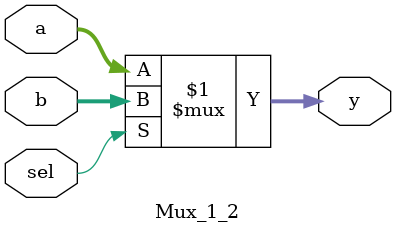
<source format=v>
module Mux_1_2 (
    input wire [31:0]a,       // Input 1
    input wire [31:0]b,       // Input 2
    input wire sel,     // Select signal
    output wire [31:0]y       // Output
);

    assign y = sel ? b : a;

endmodule
</source>
